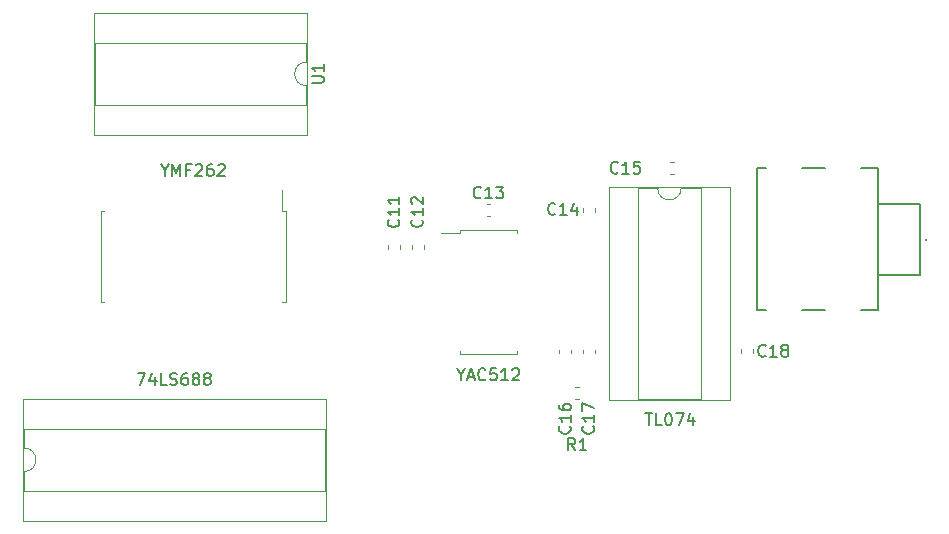
<source format=gbr>
G04 #@! TF.GenerationSoftware,KiCad,Pcbnew,(5.1.5)-3*
G04 #@! TF.CreationDate,2021-10-03T17:07:44+03:00*
G04 #@! TF.ProjectId,OPL3,4f504c33-2e6b-4696-9361-645f70636258,rev?*
G04 #@! TF.SameCoordinates,Original*
G04 #@! TF.FileFunction,Legend,Top*
G04 #@! TF.FilePolarity,Positive*
%FSLAX46Y46*%
G04 Gerber Fmt 4.6, Leading zero omitted, Abs format (unit mm)*
G04 Created by KiCad (PCBNEW (5.1.5)-3) date 2021-10-03 17:07:44*
%MOMM*%
%LPD*%
G04 APERTURE LIST*
%ADD10C,0.120000*%
%ADD11C,0.100000*%
%ADD12C,0.200000*%
%ADD13C,0.150000*%
G04 APERTURE END LIST*
D10*
X129640000Y-79650000D02*
X129640000Y-69370000D01*
X111620000Y-79650000D02*
X129640000Y-79650000D01*
X111620000Y-69370000D02*
X111620000Y-79650000D01*
X129640000Y-69370000D02*
X111620000Y-69370000D01*
X129580000Y-77160000D02*
X129580000Y-75510000D01*
X111680000Y-77160000D02*
X129580000Y-77160000D01*
X111680000Y-71860000D02*
X111680000Y-77160000D01*
X129580000Y-71860000D02*
X111680000Y-71860000D01*
X129580000Y-73510000D02*
X129580000Y-71860000D01*
X129580000Y-75510000D02*
G75*
G02X129580000Y-73510000I0J1000000D01*
G01*
X105610000Y-102050000D02*
X105610000Y-112330000D01*
X131250000Y-102050000D02*
X105610000Y-102050000D01*
X131250000Y-112330000D02*
X131250000Y-102050000D01*
X105610000Y-112330000D02*
X131250000Y-112330000D01*
X105670000Y-104540000D02*
X105670000Y-106190000D01*
X131190000Y-104540000D02*
X105670000Y-104540000D01*
X131190000Y-109840000D02*
X131190000Y-104540000D01*
X105670000Y-109840000D02*
X131190000Y-109840000D01*
X105670000Y-108190000D02*
X105670000Y-109840000D01*
X105670000Y-106190000D02*
G75*
G02X105670000Y-108190000I0J-1000000D01*
G01*
D11*
X182000000Y-88500000D02*
G75*
G02X182000000Y-88600000I0J-50000D01*
G01*
X182000000Y-88600000D02*
G75*
G02X182000000Y-88500000I0J50000D01*
G01*
X182000000Y-88600000D02*
X182000000Y-88600000D01*
X182000000Y-88500000D02*
X182000000Y-88500000D01*
D12*
X167700000Y-82500000D02*
X168500000Y-82500000D01*
X167700000Y-94500000D02*
X167700000Y-82500000D01*
X168500000Y-94500000D02*
X167700000Y-94500000D01*
X173500000Y-82500000D02*
X171500000Y-82500000D01*
X173500000Y-94500000D02*
X171500000Y-94500000D01*
X178000000Y-82500000D02*
X176500000Y-82500000D01*
X178000000Y-94500000D02*
X178000000Y-82500000D01*
X176500000Y-94500000D02*
X178000000Y-94500000D01*
X176500000Y-94500000D02*
X176500000Y-94500000D01*
X181500000Y-91500000D02*
X178000000Y-91500000D01*
X181500000Y-85500000D02*
X181500000Y-91500000D01*
X178000000Y-85500000D02*
X181500000Y-85500000D01*
D10*
X165450000Y-84110000D02*
X155170000Y-84110000D01*
X165450000Y-102130000D02*
X165450000Y-84110000D01*
X155170000Y-102130000D02*
X165450000Y-102130000D01*
X155170000Y-84110000D02*
X155170000Y-102130000D01*
X162960000Y-84170000D02*
X161310000Y-84170000D01*
X162960000Y-102070000D02*
X162960000Y-84170000D01*
X157660000Y-102070000D02*
X162960000Y-102070000D01*
X157660000Y-84170000D02*
X157660000Y-102070000D01*
X159310000Y-84170000D02*
X157660000Y-84170000D01*
X161310000Y-84170000D02*
G75*
G02X159310000Y-84170000I-1000000J0D01*
G01*
X127520000Y-86140000D02*
X127520000Y-84350000D01*
X127810000Y-86140000D02*
X127520000Y-86140000D01*
X127810000Y-90000000D02*
X127810000Y-86140000D01*
X127810000Y-93860000D02*
X127520000Y-93860000D01*
X127810000Y-90000000D02*
X127810000Y-93860000D01*
X112190000Y-86140000D02*
X112480000Y-86140000D01*
X112190000Y-90000000D02*
X112190000Y-86140000D01*
X112190000Y-93860000D02*
X112480000Y-93860000D01*
X112190000Y-90000000D02*
X112190000Y-93860000D01*
X139510000Y-89362779D02*
X139510000Y-89037221D01*
X138490000Y-89362779D02*
X138490000Y-89037221D01*
X137510000Y-89362779D02*
X137510000Y-89037221D01*
X136490000Y-89362779D02*
X136490000Y-89037221D01*
X152010000Y-98172779D02*
X152010000Y-97847221D01*
X150990000Y-98172779D02*
X150990000Y-97847221D01*
X142615000Y-87995000D02*
X140950000Y-87995000D01*
X142615000Y-87740000D02*
X142615000Y-87995000D01*
X145000000Y-87740000D02*
X142615000Y-87740000D01*
X147385000Y-87740000D02*
X147385000Y-87995000D01*
X145000000Y-87740000D02*
X147385000Y-87740000D01*
X142615000Y-98260000D02*
X142615000Y-98005000D01*
X145000000Y-98260000D02*
X142615000Y-98260000D01*
X147385000Y-98260000D02*
X147385000Y-98005000D01*
X145000000Y-98260000D02*
X147385000Y-98260000D01*
X154010000Y-98172779D02*
X154010000Y-97847221D01*
X152990000Y-98172779D02*
X152990000Y-97847221D01*
X145162779Y-85490000D02*
X144837221Y-85490000D01*
X145162779Y-86510000D02*
X144837221Y-86510000D01*
X152337221Y-102010000D02*
X152662779Y-102010000D01*
X152337221Y-100990000D02*
X152662779Y-100990000D01*
X154010000Y-86162779D02*
X154010000Y-85837221D01*
X152990000Y-86162779D02*
X152990000Y-85837221D01*
X160662779Y-81990000D02*
X160337221Y-81990000D01*
X160662779Y-83010000D02*
X160337221Y-83010000D01*
X166390000Y-97837221D02*
X166390000Y-98162779D01*
X167410000Y-97837221D02*
X167410000Y-98162779D01*
D13*
X130032380Y-75271904D02*
X130841904Y-75271904D01*
X130937142Y-75224285D01*
X130984761Y-75176666D01*
X131032380Y-75081428D01*
X131032380Y-74890952D01*
X130984761Y-74795714D01*
X130937142Y-74748095D01*
X130841904Y-74700476D01*
X130032380Y-74700476D01*
X131032380Y-73700476D02*
X131032380Y-74271904D01*
X131032380Y-73986190D02*
X130032380Y-73986190D01*
X130175238Y-74081428D01*
X130270476Y-74176666D01*
X130318095Y-74271904D01*
X115280952Y-99852380D02*
X115947619Y-99852380D01*
X115519047Y-100852380D01*
X116757142Y-100185714D02*
X116757142Y-100852380D01*
X116519047Y-99804761D02*
X116280952Y-100519047D01*
X116900000Y-100519047D01*
X117757142Y-100852380D02*
X117280952Y-100852380D01*
X117280952Y-99852380D01*
X118042857Y-100804761D02*
X118185714Y-100852380D01*
X118423809Y-100852380D01*
X118519047Y-100804761D01*
X118566666Y-100757142D01*
X118614285Y-100661904D01*
X118614285Y-100566666D01*
X118566666Y-100471428D01*
X118519047Y-100423809D01*
X118423809Y-100376190D01*
X118233333Y-100328571D01*
X118138095Y-100280952D01*
X118090476Y-100233333D01*
X118042857Y-100138095D01*
X118042857Y-100042857D01*
X118090476Y-99947619D01*
X118138095Y-99900000D01*
X118233333Y-99852380D01*
X118471428Y-99852380D01*
X118614285Y-99900000D01*
X119471428Y-99852380D02*
X119280952Y-99852380D01*
X119185714Y-99900000D01*
X119138095Y-99947619D01*
X119042857Y-100090476D01*
X118995238Y-100280952D01*
X118995238Y-100661904D01*
X119042857Y-100757142D01*
X119090476Y-100804761D01*
X119185714Y-100852380D01*
X119376190Y-100852380D01*
X119471428Y-100804761D01*
X119519047Y-100757142D01*
X119566666Y-100661904D01*
X119566666Y-100423809D01*
X119519047Y-100328571D01*
X119471428Y-100280952D01*
X119376190Y-100233333D01*
X119185714Y-100233333D01*
X119090476Y-100280952D01*
X119042857Y-100328571D01*
X118995238Y-100423809D01*
X120138095Y-100280952D02*
X120042857Y-100233333D01*
X119995238Y-100185714D01*
X119947619Y-100090476D01*
X119947619Y-100042857D01*
X119995238Y-99947619D01*
X120042857Y-99900000D01*
X120138095Y-99852380D01*
X120328571Y-99852380D01*
X120423809Y-99900000D01*
X120471428Y-99947619D01*
X120519047Y-100042857D01*
X120519047Y-100090476D01*
X120471428Y-100185714D01*
X120423809Y-100233333D01*
X120328571Y-100280952D01*
X120138095Y-100280952D01*
X120042857Y-100328571D01*
X119995238Y-100376190D01*
X119947619Y-100471428D01*
X119947619Y-100661904D01*
X119995238Y-100757142D01*
X120042857Y-100804761D01*
X120138095Y-100852380D01*
X120328571Y-100852380D01*
X120423809Y-100804761D01*
X120471428Y-100757142D01*
X120519047Y-100661904D01*
X120519047Y-100471428D01*
X120471428Y-100376190D01*
X120423809Y-100328571D01*
X120328571Y-100280952D01*
X121090476Y-100280952D02*
X120995238Y-100233333D01*
X120947619Y-100185714D01*
X120900000Y-100090476D01*
X120900000Y-100042857D01*
X120947619Y-99947619D01*
X120995238Y-99900000D01*
X121090476Y-99852380D01*
X121280952Y-99852380D01*
X121376190Y-99900000D01*
X121423809Y-99947619D01*
X121471428Y-100042857D01*
X121471428Y-100090476D01*
X121423809Y-100185714D01*
X121376190Y-100233333D01*
X121280952Y-100280952D01*
X121090476Y-100280952D01*
X120995238Y-100328571D01*
X120947619Y-100376190D01*
X120900000Y-100471428D01*
X120900000Y-100661904D01*
X120947619Y-100757142D01*
X120995238Y-100804761D01*
X121090476Y-100852380D01*
X121280952Y-100852380D01*
X121376190Y-100804761D01*
X121423809Y-100757142D01*
X121471428Y-100661904D01*
X121471428Y-100471428D01*
X121423809Y-100376190D01*
X121376190Y-100328571D01*
X121280952Y-100280952D01*
X158280952Y-103252380D02*
X158852380Y-103252380D01*
X158566666Y-104252380D02*
X158566666Y-103252380D01*
X159661904Y-104252380D02*
X159185714Y-104252380D01*
X159185714Y-103252380D01*
X160185714Y-103252380D02*
X160280952Y-103252380D01*
X160376190Y-103300000D01*
X160423809Y-103347619D01*
X160471428Y-103442857D01*
X160519047Y-103633333D01*
X160519047Y-103871428D01*
X160471428Y-104061904D01*
X160423809Y-104157142D01*
X160376190Y-104204761D01*
X160280952Y-104252380D01*
X160185714Y-104252380D01*
X160090476Y-104204761D01*
X160042857Y-104157142D01*
X159995238Y-104061904D01*
X159947619Y-103871428D01*
X159947619Y-103633333D01*
X159995238Y-103442857D01*
X160042857Y-103347619D01*
X160090476Y-103300000D01*
X160185714Y-103252380D01*
X160852380Y-103252380D02*
X161519047Y-103252380D01*
X161090476Y-104252380D01*
X162328571Y-103585714D02*
X162328571Y-104252380D01*
X162090476Y-103204761D02*
X161852380Y-103919047D01*
X162471428Y-103919047D01*
X117571428Y-82676190D02*
X117571428Y-83152380D01*
X117238095Y-82152380D02*
X117571428Y-82676190D01*
X117904761Y-82152380D01*
X118238095Y-83152380D02*
X118238095Y-82152380D01*
X118571428Y-82866666D01*
X118904761Y-82152380D01*
X118904761Y-83152380D01*
X119714285Y-82628571D02*
X119380952Y-82628571D01*
X119380952Y-83152380D02*
X119380952Y-82152380D01*
X119857142Y-82152380D01*
X120190476Y-82247619D02*
X120238095Y-82200000D01*
X120333333Y-82152380D01*
X120571428Y-82152380D01*
X120666666Y-82200000D01*
X120714285Y-82247619D01*
X120761904Y-82342857D01*
X120761904Y-82438095D01*
X120714285Y-82580952D01*
X120142857Y-83152380D01*
X120761904Y-83152380D01*
X121619047Y-82152380D02*
X121428571Y-82152380D01*
X121333333Y-82200000D01*
X121285714Y-82247619D01*
X121190476Y-82390476D01*
X121142857Y-82580952D01*
X121142857Y-82961904D01*
X121190476Y-83057142D01*
X121238095Y-83104761D01*
X121333333Y-83152380D01*
X121523809Y-83152380D01*
X121619047Y-83104761D01*
X121666666Y-83057142D01*
X121714285Y-82961904D01*
X121714285Y-82723809D01*
X121666666Y-82628571D01*
X121619047Y-82580952D01*
X121523809Y-82533333D01*
X121333333Y-82533333D01*
X121238095Y-82580952D01*
X121190476Y-82628571D01*
X121142857Y-82723809D01*
X122095238Y-82247619D02*
X122142857Y-82200000D01*
X122238095Y-82152380D01*
X122476190Y-82152380D01*
X122571428Y-82200000D01*
X122619047Y-82247619D01*
X122666666Y-82342857D01*
X122666666Y-82438095D01*
X122619047Y-82580952D01*
X122047619Y-83152380D01*
X122666666Y-83152380D01*
X139357142Y-86842857D02*
X139404761Y-86890476D01*
X139452380Y-87033333D01*
X139452380Y-87128571D01*
X139404761Y-87271428D01*
X139309523Y-87366666D01*
X139214285Y-87414285D01*
X139023809Y-87461904D01*
X138880952Y-87461904D01*
X138690476Y-87414285D01*
X138595238Y-87366666D01*
X138500000Y-87271428D01*
X138452380Y-87128571D01*
X138452380Y-87033333D01*
X138500000Y-86890476D01*
X138547619Y-86842857D01*
X139452380Y-85890476D02*
X139452380Y-86461904D01*
X139452380Y-86176190D02*
X138452380Y-86176190D01*
X138595238Y-86271428D01*
X138690476Y-86366666D01*
X138738095Y-86461904D01*
X138547619Y-85509523D02*
X138500000Y-85461904D01*
X138452380Y-85366666D01*
X138452380Y-85128571D01*
X138500000Y-85033333D01*
X138547619Y-84985714D01*
X138642857Y-84938095D01*
X138738095Y-84938095D01*
X138880952Y-84985714D01*
X139452380Y-85557142D01*
X139452380Y-84938095D01*
X137357142Y-86842857D02*
X137404761Y-86890476D01*
X137452380Y-87033333D01*
X137452380Y-87128571D01*
X137404761Y-87271428D01*
X137309523Y-87366666D01*
X137214285Y-87414285D01*
X137023809Y-87461904D01*
X136880952Y-87461904D01*
X136690476Y-87414285D01*
X136595238Y-87366666D01*
X136500000Y-87271428D01*
X136452380Y-87128571D01*
X136452380Y-87033333D01*
X136500000Y-86890476D01*
X136547619Y-86842857D01*
X137452380Y-85890476D02*
X137452380Y-86461904D01*
X137452380Y-86176190D02*
X136452380Y-86176190D01*
X136595238Y-86271428D01*
X136690476Y-86366666D01*
X136738095Y-86461904D01*
X137452380Y-84938095D02*
X137452380Y-85509523D01*
X137452380Y-85223809D02*
X136452380Y-85223809D01*
X136595238Y-85319047D01*
X136690476Y-85414285D01*
X136738095Y-85509523D01*
X151857142Y-104342857D02*
X151904761Y-104390476D01*
X151952380Y-104533333D01*
X151952380Y-104628571D01*
X151904761Y-104771428D01*
X151809523Y-104866666D01*
X151714285Y-104914285D01*
X151523809Y-104961904D01*
X151380952Y-104961904D01*
X151190476Y-104914285D01*
X151095238Y-104866666D01*
X151000000Y-104771428D01*
X150952380Y-104628571D01*
X150952380Y-104533333D01*
X151000000Y-104390476D01*
X151047619Y-104342857D01*
X151952380Y-103390476D02*
X151952380Y-103961904D01*
X151952380Y-103676190D02*
X150952380Y-103676190D01*
X151095238Y-103771428D01*
X151190476Y-103866666D01*
X151238095Y-103961904D01*
X150952380Y-102533333D02*
X150952380Y-102723809D01*
X151000000Y-102819047D01*
X151047619Y-102866666D01*
X151190476Y-102961904D01*
X151380952Y-103009523D01*
X151761904Y-103009523D01*
X151857142Y-102961904D01*
X151904761Y-102914285D01*
X151952380Y-102819047D01*
X151952380Y-102628571D01*
X151904761Y-102533333D01*
X151857142Y-102485714D01*
X151761904Y-102438095D01*
X151523809Y-102438095D01*
X151428571Y-102485714D01*
X151380952Y-102533333D01*
X151333333Y-102628571D01*
X151333333Y-102819047D01*
X151380952Y-102914285D01*
X151428571Y-102961904D01*
X151523809Y-103009523D01*
X142642857Y-99976190D02*
X142642857Y-100452380D01*
X142309523Y-99452380D02*
X142642857Y-99976190D01*
X142976190Y-99452380D01*
X143261904Y-100166666D02*
X143738095Y-100166666D01*
X143166666Y-100452380D02*
X143500000Y-99452380D01*
X143833333Y-100452380D01*
X144738095Y-100357142D02*
X144690476Y-100404761D01*
X144547619Y-100452380D01*
X144452380Y-100452380D01*
X144309523Y-100404761D01*
X144214285Y-100309523D01*
X144166666Y-100214285D01*
X144119047Y-100023809D01*
X144119047Y-99880952D01*
X144166666Y-99690476D01*
X144214285Y-99595238D01*
X144309523Y-99500000D01*
X144452380Y-99452380D01*
X144547619Y-99452380D01*
X144690476Y-99500000D01*
X144738095Y-99547619D01*
X145642857Y-99452380D02*
X145166666Y-99452380D01*
X145119047Y-99928571D01*
X145166666Y-99880952D01*
X145261904Y-99833333D01*
X145500000Y-99833333D01*
X145595238Y-99880952D01*
X145642857Y-99928571D01*
X145690476Y-100023809D01*
X145690476Y-100261904D01*
X145642857Y-100357142D01*
X145595238Y-100404761D01*
X145500000Y-100452380D01*
X145261904Y-100452380D01*
X145166666Y-100404761D01*
X145119047Y-100357142D01*
X146642857Y-100452380D02*
X146071428Y-100452380D01*
X146357142Y-100452380D02*
X146357142Y-99452380D01*
X146261904Y-99595238D01*
X146166666Y-99690476D01*
X146071428Y-99738095D01*
X147023809Y-99547619D02*
X147071428Y-99500000D01*
X147166666Y-99452380D01*
X147404761Y-99452380D01*
X147500000Y-99500000D01*
X147547619Y-99547619D01*
X147595238Y-99642857D01*
X147595238Y-99738095D01*
X147547619Y-99880952D01*
X146976190Y-100452380D01*
X147595238Y-100452380D01*
X153857142Y-104342857D02*
X153904761Y-104390476D01*
X153952380Y-104533333D01*
X153952380Y-104628571D01*
X153904761Y-104771428D01*
X153809523Y-104866666D01*
X153714285Y-104914285D01*
X153523809Y-104961904D01*
X153380952Y-104961904D01*
X153190476Y-104914285D01*
X153095238Y-104866666D01*
X153000000Y-104771428D01*
X152952380Y-104628571D01*
X152952380Y-104533333D01*
X153000000Y-104390476D01*
X153047619Y-104342857D01*
X153952380Y-103390476D02*
X153952380Y-103961904D01*
X153952380Y-103676190D02*
X152952380Y-103676190D01*
X153095238Y-103771428D01*
X153190476Y-103866666D01*
X153238095Y-103961904D01*
X152952380Y-103057142D02*
X152952380Y-102390476D01*
X153952380Y-102819047D01*
X144357142Y-84957142D02*
X144309523Y-85004761D01*
X144166666Y-85052380D01*
X144071428Y-85052380D01*
X143928571Y-85004761D01*
X143833333Y-84909523D01*
X143785714Y-84814285D01*
X143738095Y-84623809D01*
X143738095Y-84480952D01*
X143785714Y-84290476D01*
X143833333Y-84195238D01*
X143928571Y-84100000D01*
X144071428Y-84052380D01*
X144166666Y-84052380D01*
X144309523Y-84100000D01*
X144357142Y-84147619D01*
X145309523Y-85052380D02*
X144738095Y-85052380D01*
X145023809Y-85052380D02*
X145023809Y-84052380D01*
X144928571Y-84195238D01*
X144833333Y-84290476D01*
X144738095Y-84338095D01*
X145642857Y-84052380D02*
X146261904Y-84052380D01*
X145928571Y-84433333D01*
X146071428Y-84433333D01*
X146166666Y-84480952D01*
X146214285Y-84528571D01*
X146261904Y-84623809D01*
X146261904Y-84861904D01*
X146214285Y-84957142D01*
X146166666Y-85004761D01*
X146071428Y-85052380D01*
X145785714Y-85052380D01*
X145690476Y-85004761D01*
X145642857Y-84957142D01*
X152333333Y-106352380D02*
X152000000Y-105876190D01*
X151761904Y-106352380D02*
X151761904Y-105352380D01*
X152142857Y-105352380D01*
X152238095Y-105400000D01*
X152285714Y-105447619D01*
X152333333Y-105542857D01*
X152333333Y-105685714D01*
X152285714Y-105780952D01*
X152238095Y-105828571D01*
X152142857Y-105876190D01*
X151761904Y-105876190D01*
X153285714Y-106352380D02*
X152714285Y-106352380D01*
X153000000Y-106352380D02*
X153000000Y-105352380D01*
X152904761Y-105495238D01*
X152809523Y-105590476D01*
X152714285Y-105638095D01*
X150657142Y-86357142D02*
X150609523Y-86404761D01*
X150466666Y-86452380D01*
X150371428Y-86452380D01*
X150228571Y-86404761D01*
X150133333Y-86309523D01*
X150085714Y-86214285D01*
X150038095Y-86023809D01*
X150038095Y-85880952D01*
X150085714Y-85690476D01*
X150133333Y-85595238D01*
X150228571Y-85500000D01*
X150371428Y-85452380D01*
X150466666Y-85452380D01*
X150609523Y-85500000D01*
X150657142Y-85547619D01*
X151609523Y-86452380D02*
X151038095Y-86452380D01*
X151323809Y-86452380D02*
X151323809Y-85452380D01*
X151228571Y-85595238D01*
X151133333Y-85690476D01*
X151038095Y-85738095D01*
X152466666Y-85785714D02*
X152466666Y-86452380D01*
X152228571Y-85404761D02*
X151990476Y-86119047D01*
X152609523Y-86119047D01*
X155957142Y-82857142D02*
X155909523Y-82904761D01*
X155766666Y-82952380D01*
X155671428Y-82952380D01*
X155528571Y-82904761D01*
X155433333Y-82809523D01*
X155385714Y-82714285D01*
X155338095Y-82523809D01*
X155338095Y-82380952D01*
X155385714Y-82190476D01*
X155433333Y-82095238D01*
X155528571Y-82000000D01*
X155671428Y-81952380D01*
X155766666Y-81952380D01*
X155909523Y-82000000D01*
X155957142Y-82047619D01*
X156909523Y-82952380D02*
X156338095Y-82952380D01*
X156623809Y-82952380D02*
X156623809Y-81952380D01*
X156528571Y-82095238D01*
X156433333Y-82190476D01*
X156338095Y-82238095D01*
X157814285Y-81952380D02*
X157338095Y-81952380D01*
X157290476Y-82428571D01*
X157338095Y-82380952D01*
X157433333Y-82333333D01*
X157671428Y-82333333D01*
X157766666Y-82380952D01*
X157814285Y-82428571D01*
X157861904Y-82523809D01*
X157861904Y-82761904D01*
X157814285Y-82857142D01*
X157766666Y-82904761D01*
X157671428Y-82952380D01*
X157433333Y-82952380D01*
X157338095Y-82904761D01*
X157290476Y-82857142D01*
X168457142Y-98357142D02*
X168409523Y-98404761D01*
X168266666Y-98452380D01*
X168171428Y-98452380D01*
X168028571Y-98404761D01*
X167933333Y-98309523D01*
X167885714Y-98214285D01*
X167838095Y-98023809D01*
X167838095Y-97880952D01*
X167885714Y-97690476D01*
X167933333Y-97595238D01*
X168028571Y-97500000D01*
X168171428Y-97452380D01*
X168266666Y-97452380D01*
X168409523Y-97500000D01*
X168457142Y-97547619D01*
X169409523Y-98452380D02*
X168838095Y-98452380D01*
X169123809Y-98452380D02*
X169123809Y-97452380D01*
X169028571Y-97595238D01*
X168933333Y-97690476D01*
X168838095Y-97738095D01*
X169980952Y-97880952D02*
X169885714Y-97833333D01*
X169838095Y-97785714D01*
X169790476Y-97690476D01*
X169790476Y-97642857D01*
X169838095Y-97547619D01*
X169885714Y-97500000D01*
X169980952Y-97452380D01*
X170171428Y-97452380D01*
X170266666Y-97500000D01*
X170314285Y-97547619D01*
X170361904Y-97642857D01*
X170361904Y-97690476D01*
X170314285Y-97785714D01*
X170266666Y-97833333D01*
X170171428Y-97880952D01*
X169980952Y-97880952D01*
X169885714Y-97928571D01*
X169838095Y-97976190D01*
X169790476Y-98071428D01*
X169790476Y-98261904D01*
X169838095Y-98357142D01*
X169885714Y-98404761D01*
X169980952Y-98452380D01*
X170171428Y-98452380D01*
X170266666Y-98404761D01*
X170314285Y-98357142D01*
X170361904Y-98261904D01*
X170361904Y-98071428D01*
X170314285Y-97976190D01*
X170266666Y-97928571D01*
X170171428Y-97880952D01*
M02*

</source>
